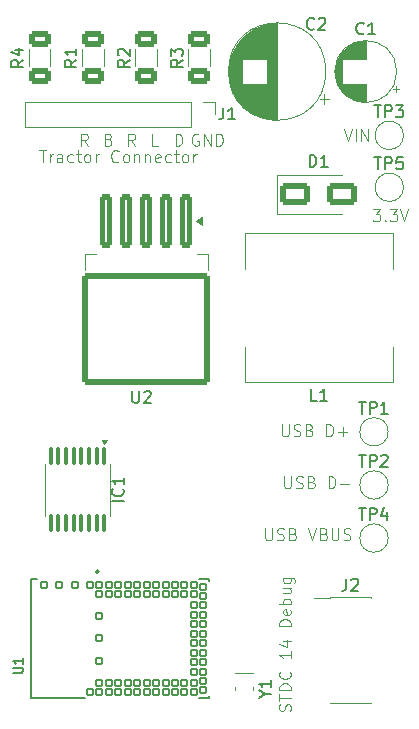
<source format=gbr>
%TF.GenerationSoftware,KiCad,Pcbnew,8.0.7*%
%TF.CreationDate,2025-01-18T17:17:35+01:00*%
%TF.ProjectId,tuff_tuff_pcb,74756666-5f74-4756-9666-5f7063622e6b,rev?*%
%TF.SameCoordinates,Original*%
%TF.FileFunction,Legend,Top*%
%TF.FilePolarity,Positive*%
%FSLAX46Y46*%
G04 Gerber Fmt 4.6, Leading zero omitted, Abs format (unit mm)*
G04 Created by KiCad (PCBNEW 8.0.7) date 2025-01-18 17:17:35*
%MOMM*%
%LPD*%
G01*
G04 APERTURE LIST*
G04 Aperture macros list*
%AMRoundRect*
0 Rectangle with rounded corners*
0 $1 Rounding radius*
0 $2 $3 $4 $5 $6 $7 $8 $9 X,Y pos of 4 corners*
0 Add a 4 corners polygon primitive as box body*
4,1,4,$2,$3,$4,$5,$6,$7,$8,$9,$2,$3,0*
0 Add four circle primitives for the rounded corners*
1,1,$1+$1,$2,$3*
1,1,$1+$1,$4,$5*
1,1,$1+$1,$6,$7*
1,1,$1+$1,$8,$9*
0 Add four rect primitives between the rounded corners*
20,1,$1+$1,$2,$3,$4,$5,0*
20,1,$1+$1,$4,$5,$6,$7,0*
20,1,$1+$1,$6,$7,$8,$9,0*
20,1,$1+$1,$8,$9,$2,$3,0*%
G04 Aperture macros list end*
%ADD10C,0.100000*%
%ADD11C,0.150000*%
%ADD12C,0.120000*%
%ADD13C,0.127000*%
%ADD14C,0.200000*%
%ADD15R,1.600000X1.600000*%
%ADD16C,1.600000*%
%ADD17C,2.000000*%
%ADD18RoundRect,0.250000X0.650000X-0.412500X0.650000X0.412500X-0.650000X0.412500X-0.650000X-0.412500X0*%
%ADD19R,1.500000X0.800000*%
%ADD20R,2.400000X0.740000*%
%ADD21RoundRect,0.100000X-0.100000X0.637500X-0.100000X-0.637500X0.100000X-0.637500X0.100000X0.637500X0*%
%ADD22RoundRect,0.102000X0.250000X-0.250000X0.250000X0.250000X-0.250000X0.250000X-0.250000X-0.250000X0*%
%ADD23RoundRect,0.250000X-1.000000X-0.650000X1.000000X-0.650000X1.000000X0.650000X-1.000000X0.650000X0*%
%ADD24RoundRect,0.250000X-0.300000X2.050000X-0.300000X-2.050000X0.300000X-2.050000X0.300000X2.050000X0*%
%ADD25RoundRect,0.250002X-5.149998X4.449998X-5.149998X-4.449998X5.149998X-4.449998X5.149998X4.449998X0*%
%ADD26R,1.350000X1.350000*%
%ADD27O,1.350000X1.350000*%
%ADD28R,2.900000X5.400000*%
G04 APERTURE END LIST*
D10*
X-12775200Y856266D02*
X-12727581Y999123D01*
X-12727581Y999123D02*
X-12727581Y1237218D01*
X-12727581Y1237218D02*
X-12775200Y1332456D01*
X-12775200Y1332456D02*
X-12822820Y1380075D01*
X-12822820Y1380075D02*
X-12918058Y1427694D01*
X-12918058Y1427694D02*
X-13013296Y1427694D01*
X-13013296Y1427694D02*
X-13108534Y1380075D01*
X-13108534Y1380075D02*
X-13156153Y1332456D01*
X-13156153Y1332456D02*
X-13203772Y1237218D01*
X-13203772Y1237218D02*
X-13251391Y1046742D01*
X-13251391Y1046742D02*
X-13299010Y951504D01*
X-13299010Y951504D02*
X-13346629Y903885D01*
X-13346629Y903885D02*
X-13441867Y856266D01*
X-13441867Y856266D02*
X-13537105Y856266D01*
X-13537105Y856266D02*
X-13632343Y903885D01*
X-13632343Y903885D02*
X-13679962Y951504D01*
X-13679962Y951504D02*
X-13727581Y1046742D01*
X-13727581Y1046742D02*
X-13727581Y1284837D01*
X-13727581Y1284837D02*
X-13679962Y1427694D01*
X-13727581Y1713409D02*
X-13727581Y2284837D01*
X-12727581Y1999123D02*
X-13727581Y1999123D01*
X-12727581Y2618171D02*
X-13727581Y2618171D01*
X-13727581Y2618171D02*
X-13727581Y2856266D01*
X-13727581Y2856266D02*
X-13679962Y2999123D01*
X-13679962Y2999123D02*
X-13584724Y3094361D01*
X-13584724Y3094361D02*
X-13489486Y3141980D01*
X-13489486Y3141980D02*
X-13299010Y3189599D01*
X-13299010Y3189599D02*
X-13156153Y3189599D01*
X-13156153Y3189599D02*
X-12965677Y3141980D01*
X-12965677Y3141980D02*
X-12870439Y3094361D01*
X-12870439Y3094361D02*
X-12775200Y2999123D01*
X-12775200Y2999123D02*
X-12727581Y2856266D01*
X-12727581Y2856266D02*
X-12727581Y2618171D01*
X-12822820Y4189599D02*
X-12775200Y4141980D01*
X-12775200Y4141980D02*
X-12727581Y3999123D01*
X-12727581Y3999123D02*
X-12727581Y3903885D01*
X-12727581Y3903885D02*
X-12775200Y3761028D01*
X-12775200Y3761028D02*
X-12870439Y3665790D01*
X-12870439Y3665790D02*
X-12965677Y3618171D01*
X-12965677Y3618171D02*
X-13156153Y3570552D01*
X-13156153Y3570552D02*
X-13299010Y3570552D01*
X-13299010Y3570552D02*
X-13489486Y3618171D01*
X-13489486Y3618171D02*
X-13584724Y3665790D01*
X-13584724Y3665790D02*
X-13679962Y3761028D01*
X-13679962Y3761028D02*
X-13727581Y3903885D01*
X-13727581Y3903885D02*
X-13727581Y3999123D01*
X-13727581Y3999123D02*
X-13679962Y4141980D01*
X-13679962Y4141980D02*
X-13632343Y4189599D01*
X-12727581Y5903885D02*
X-12727581Y5332457D01*
X-12727581Y5618171D02*
X-13727581Y5618171D01*
X-13727581Y5618171D02*
X-13584724Y5522933D01*
X-13584724Y5522933D02*
X-13489486Y5427695D01*
X-13489486Y5427695D02*
X-13441867Y5332457D01*
X-13394248Y6761028D02*
X-12727581Y6761028D01*
X-13775200Y6522933D02*
X-13060915Y6284838D01*
X-13060915Y6284838D02*
X-13060915Y6903885D01*
X-12727581Y8046743D02*
X-13727581Y8046743D01*
X-13727581Y8046743D02*
X-13727581Y8284838D01*
X-13727581Y8284838D02*
X-13679962Y8427695D01*
X-13679962Y8427695D02*
X-13584724Y8522933D01*
X-13584724Y8522933D02*
X-13489486Y8570552D01*
X-13489486Y8570552D02*
X-13299010Y8618171D01*
X-13299010Y8618171D02*
X-13156153Y8618171D01*
X-13156153Y8618171D02*
X-12965677Y8570552D01*
X-12965677Y8570552D02*
X-12870439Y8522933D01*
X-12870439Y8522933D02*
X-12775200Y8427695D01*
X-12775200Y8427695D02*
X-12727581Y8284838D01*
X-12727581Y8284838D02*
X-12727581Y8046743D01*
X-12775200Y9427695D02*
X-12727581Y9332457D01*
X-12727581Y9332457D02*
X-12727581Y9141981D01*
X-12727581Y9141981D02*
X-12775200Y9046743D01*
X-12775200Y9046743D02*
X-12870439Y8999124D01*
X-12870439Y8999124D02*
X-13251391Y8999124D01*
X-13251391Y8999124D02*
X-13346629Y9046743D01*
X-13346629Y9046743D02*
X-13394248Y9141981D01*
X-13394248Y9141981D02*
X-13394248Y9332457D01*
X-13394248Y9332457D02*
X-13346629Y9427695D01*
X-13346629Y9427695D02*
X-13251391Y9475314D01*
X-13251391Y9475314D02*
X-13156153Y9475314D01*
X-13156153Y9475314D02*
X-13060915Y8999124D01*
X-12727581Y9903886D02*
X-13727581Y9903886D01*
X-13346629Y9903886D02*
X-13394248Y9999124D01*
X-13394248Y9999124D02*
X-13394248Y10189600D01*
X-13394248Y10189600D02*
X-13346629Y10284838D01*
X-13346629Y10284838D02*
X-13299010Y10332457D01*
X-13299010Y10332457D02*
X-13203772Y10380076D01*
X-13203772Y10380076D02*
X-12918058Y10380076D01*
X-12918058Y10380076D02*
X-12822820Y10332457D01*
X-12822820Y10332457D02*
X-12775200Y10284838D01*
X-12775200Y10284838D02*
X-12727581Y10189600D01*
X-12727581Y10189600D02*
X-12727581Y9999124D01*
X-12727581Y9999124D02*
X-12775200Y9903886D01*
X-13394248Y11237219D02*
X-12727581Y11237219D01*
X-13394248Y10808648D02*
X-12870439Y10808648D01*
X-12870439Y10808648D02*
X-12775200Y10856267D01*
X-12775200Y10856267D02*
X-12727581Y10951505D01*
X-12727581Y10951505D02*
X-12727581Y11094362D01*
X-12727581Y11094362D02*
X-12775200Y11189600D01*
X-12775200Y11189600D02*
X-12822820Y11237219D01*
X-13394248Y12141981D02*
X-12584724Y12141981D01*
X-12584724Y12141981D02*
X-12489486Y12094362D01*
X-12489486Y12094362D02*
X-12441867Y12046743D01*
X-12441867Y12046743D02*
X-12394248Y11951505D01*
X-12394248Y11951505D02*
X-12394248Y11808648D01*
X-12394248Y11808648D02*
X-12441867Y11713410D01*
X-12775200Y12141981D02*
X-12727581Y12046743D01*
X-12727581Y12046743D02*
X-12727581Y11856267D01*
X-12727581Y11856267D02*
X-12775200Y11761029D01*
X-12775200Y11761029D02*
X-12822820Y11713410D01*
X-12822820Y11713410D02*
X-12918058Y11665791D01*
X-12918058Y11665791D02*
X-13203772Y11665791D01*
X-13203772Y11665791D02*
X-13299010Y11713410D01*
X-13299010Y11713410D02*
X-13346629Y11761029D01*
X-13346629Y11761029D02*
X-13394248Y11856267D01*
X-13394248Y11856267D02*
X-13394248Y12046743D01*
X-13394248Y12046743D02*
X-13346629Y12141981D01*
X-20572307Y49679962D02*
X-20667545Y49727581D01*
X-20667545Y49727581D02*
X-20810402Y49727581D01*
X-20810402Y49727581D02*
X-20953259Y49679962D01*
X-20953259Y49679962D02*
X-21048497Y49584724D01*
X-21048497Y49584724D02*
X-21096116Y49489486D01*
X-21096116Y49489486D02*
X-21143735Y49299010D01*
X-21143735Y49299010D02*
X-21143735Y49156153D01*
X-21143735Y49156153D02*
X-21096116Y48965677D01*
X-21096116Y48965677D02*
X-21048497Y48870439D01*
X-21048497Y48870439D02*
X-20953259Y48775200D01*
X-20953259Y48775200D02*
X-20810402Y48727581D01*
X-20810402Y48727581D02*
X-20715164Y48727581D01*
X-20715164Y48727581D02*
X-20572307Y48775200D01*
X-20572307Y48775200D02*
X-20524688Y48822820D01*
X-20524688Y48822820D02*
X-20524688Y49156153D01*
X-20524688Y49156153D02*
X-20715164Y49156153D01*
X-20096116Y48727581D02*
X-20096116Y49727581D01*
X-20096116Y49727581D02*
X-19524688Y48727581D01*
X-19524688Y48727581D02*
X-19524688Y49727581D01*
X-19048497Y48727581D02*
X-19048497Y49727581D01*
X-19048497Y49727581D02*
X-18810402Y49727581D01*
X-18810402Y49727581D02*
X-18667545Y49679962D01*
X-18667545Y49679962D02*
X-18572307Y49584724D01*
X-18572307Y49584724D02*
X-18524688Y49489486D01*
X-18524688Y49489486D02*
X-18477069Y49299010D01*
X-18477069Y49299010D02*
X-18477069Y49156153D01*
X-18477069Y49156153D02*
X-18524688Y48965677D01*
X-18524688Y48965677D02*
X-18572307Y48870439D01*
X-18572307Y48870439D02*
X-18667545Y48775200D01*
X-18667545Y48775200D02*
X-18810402Y48727581D01*
X-18810402Y48727581D02*
X-19048497Y48727581D01*
X-28162783Y49251391D02*
X-28019926Y49203772D01*
X-28019926Y49203772D02*
X-27972307Y49156153D01*
X-27972307Y49156153D02*
X-27924688Y49060915D01*
X-27924688Y49060915D02*
X-27924688Y48918058D01*
X-27924688Y48918058D02*
X-27972307Y48822820D01*
X-27972307Y48822820D02*
X-28019926Y48775200D01*
X-28019926Y48775200D02*
X-28115164Y48727581D01*
X-28115164Y48727581D02*
X-28496116Y48727581D01*
X-28496116Y48727581D02*
X-28496116Y49727581D01*
X-28496116Y49727581D02*
X-28162783Y49727581D01*
X-28162783Y49727581D02*
X-28067545Y49679962D01*
X-28067545Y49679962D02*
X-28019926Y49632343D01*
X-28019926Y49632343D02*
X-27972307Y49537105D01*
X-27972307Y49537105D02*
X-27972307Y49441867D01*
X-27972307Y49441867D02*
X-28019926Y49346629D01*
X-28019926Y49346629D02*
X-28067545Y49299010D01*
X-28067545Y49299010D02*
X-28162783Y49251391D01*
X-28162783Y49251391D02*
X-28496116Y49251391D01*
X-8238973Y50127581D02*
X-7905640Y49127581D01*
X-7905640Y49127581D02*
X-7572307Y50127581D01*
X-7238973Y49127581D02*
X-7238973Y50127581D01*
X-6762783Y49127581D02*
X-6762783Y50127581D01*
X-6762783Y50127581D02*
X-6191355Y49127581D01*
X-6191355Y49127581D02*
X-6191355Y50127581D01*
X-13296116Y20727581D02*
X-13296116Y19918058D01*
X-13296116Y19918058D02*
X-13248497Y19822820D01*
X-13248497Y19822820D02*
X-13200878Y19775200D01*
X-13200878Y19775200D02*
X-13105640Y19727581D01*
X-13105640Y19727581D02*
X-12915164Y19727581D01*
X-12915164Y19727581D02*
X-12819926Y19775200D01*
X-12819926Y19775200D02*
X-12772307Y19822820D01*
X-12772307Y19822820D02*
X-12724688Y19918058D01*
X-12724688Y19918058D02*
X-12724688Y20727581D01*
X-12296116Y19775200D02*
X-12153259Y19727581D01*
X-12153259Y19727581D02*
X-11915164Y19727581D01*
X-11915164Y19727581D02*
X-11819926Y19775200D01*
X-11819926Y19775200D02*
X-11772307Y19822820D01*
X-11772307Y19822820D02*
X-11724688Y19918058D01*
X-11724688Y19918058D02*
X-11724688Y20013296D01*
X-11724688Y20013296D02*
X-11772307Y20108534D01*
X-11772307Y20108534D02*
X-11819926Y20156153D01*
X-11819926Y20156153D02*
X-11915164Y20203772D01*
X-11915164Y20203772D02*
X-12105640Y20251391D01*
X-12105640Y20251391D02*
X-12200878Y20299010D01*
X-12200878Y20299010D02*
X-12248497Y20346629D01*
X-12248497Y20346629D02*
X-12296116Y20441867D01*
X-12296116Y20441867D02*
X-12296116Y20537105D01*
X-12296116Y20537105D02*
X-12248497Y20632343D01*
X-12248497Y20632343D02*
X-12200878Y20679962D01*
X-12200878Y20679962D02*
X-12105640Y20727581D01*
X-12105640Y20727581D02*
X-11867545Y20727581D01*
X-11867545Y20727581D02*
X-11724688Y20679962D01*
X-10962783Y20251391D02*
X-10819926Y20203772D01*
X-10819926Y20203772D02*
X-10772307Y20156153D01*
X-10772307Y20156153D02*
X-10724688Y20060915D01*
X-10724688Y20060915D02*
X-10724688Y19918058D01*
X-10724688Y19918058D02*
X-10772307Y19822820D01*
X-10772307Y19822820D02*
X-10819926Y19775200D01*
X-10819926Y19775200D02*
X-10915164Y19727581D01*
X-10915164Y19727581D02*
X-11296116Y19727581D01*
X-11296116Y19727581D02*
X-11296116Y20727581D01*
X-11296116Y20727581D02*
X-10962783Y20727581D01*
X-10962783Y20727581D02*
X-10867545Y20679962D01*
X-10867545Y20679962D02*
X-10819926Y20632343D01*
X-10819926Y20632343D02*
X-10772307Y20537105D01*
X-10772307Y20537105D02*
X-10772307Y20441867D01*
X-10772307Y20441867D02*
X-10819926Y20346629D01*
X-10819926Y20346629D02*
X-10867545Y20299010D01*
X-10867545Y20299010D02*
X-10962783Y20251391D01*
X-10962783Y20251391D02*
X-11296116Y20251391D01*
X-9534211Y19727581D02*
X-9534211Y20727581D01*
X-9534211Y20727581D02*
X-9296116Y20727581D01*
X-9296116Y20727581D02*
X-9153259Y20679962D01*
X-9153259Y20679962D02*
X-9058021Y20584724D01*
X-9058021Y20584724D02*
X-9010402Y20489486D01*
X-9010402Y20489486D02*
X-8962783Y20299010D01*
X-8962783Y20299010D02*
X-8962783Y20156153D01*
X-8962783Y20156153D02*
X-9010402Y19965677D01*
X-9010402Y19965677D02*
X-9058021Y19870439D01*
X-9058021Y19870439D02*
X-9153259Y19775200D01*
X-9153259Y19775200D02*
X-9296116Y19727581D01*
X-9296116Y19727581D02*
X-9534211Y19727581D01*
X-8534211Y20108534D02*
X-7772306Y20108534D01*
X-13496116Y25127581D02*
X-13496116Y24318058D01*
X-13496116Y24318058D02*
X-13448497Y24222820D01*
X-13448497Y24222820D02*
X-13400878Y24175200D01*
X-13400878Y24175200D02*
X-13305640Y24127581D01*
X-13305640Y24127581D02*
X-13115164Y24127581D01*
X-13115164Y24127581D02*
X-13019926Y24175200D01*
X-13019926Y24175200D02*
X-12972307Y24222820D01*
X-12972307Y24222820D02*
X-12924688Y24318058D01*
X-12924688Y24318058D02*
X-12924688Y25127581D01*
X-12496116Y24175200D02*
X-12353259Y24127581D01*
X-12353259Y24127581D02*
X-12115164Y24127581D01*
X-12115164Y24127581D02*
X-12019926Y24175200D01*
X-12019926Y24175200D02*
X-11972307Y24222820D01*
X-11972307Y24222820D02*
X-11924688Y24318058D01*
X-11924688Y24318058D02*
X-11924688Y24413296D01*
X-11924688Y24413296D02*
X-11972307Y24508534D01*
X-11972307Y24508534D02*
X-12019926Y24556153D01*
X-12019926Y24556153D02*
X-12115164Y24603772D01*
X-12115164Y24603772D02*
X-12305640Y24651391D01*
X-12305640Y24651391D02*
X-12400878Y24699010D01*
X-12400878Y24699010D02*
X-12448497Y24746629D01*
X-12448497Y24746629D02*
X-12496116Y24841867D01*
X-12496116Y24841867D02*
X-12496116Y24937105D01*
X-12496116Y24937105D02*
X-12448497Y25032343D01*
X-12448497Y25032343D02*
X-12400878Y25079962D01*
X-12400878Y25079962D02*
X-12305640Y25127581D01*
X-12305640Y25127581D02*
X-12067545Y25127581D01*
X-12067545Y25127581D02*
X-11924688Y25079962D01*
X-11162783Y24651391D02*
X-11019926Y24603772D01*
X-11019926Y24603772D02*
X-10972307Y24556153D01*
X-10972307Y24556153D02*
X-10924688Y24460915D01*
X-10924688Y24460915D02*
X-10924688Y24318058D01*
X-10924688Y24318058D02*
X-10972307Y24222820D01*
X-10972307Y24222820D02*
X-11019926Y24175200D01*
X-11019926Y24175200D02*
X-11115164Y24127581D01*
X-11115164Y24127581D02*
X-11496116Y24127581D01*
X-11496116Y24127581D02*
X-11496116Y25127581D01*
X-11496116Y25127581D02*
X-11162783Y25127581D01*
X-11162783Y25127581D02*
X-11067545Y25079962D01*
X-11067545Y25079962D02*
X-11019926Y25032343D01*
X-11019926Y25032343D02*
X-10972307Y24937105D01*
X-10972307Y24937105D02*
X-10972307Y24841867D01*
X-10972307Y24841867D02*
X-11019926Y24746629D01*
X-11019926Y24746629D02*
X-11067545Y24699010D01*
X-11067545Y24699010D02*
X-11162783Y24651391D01*
X-11162783Y24651391D02*
X-11496116Y24651391D01*
X-9734211Y24127581D02*
X-9734211Y25127581D01*
X-9734211Y25127581D02*
X-9496116Y25127581D01*
X-9496116Y25127581D02*
X-9353259Y25079962D01*
X-9353259Y25079962D02*
X-9258021Y24984724D01*
X-9258021Y24984724D02*
X-9210402Y24889486D01*
X-9210402Y24889486D02*
X-9162783Y24699010D01*
X-9162783Y24699010D02*
X-9162783Y24556153D01*
X-9162783Y24556153D02*
X-9210402Y24365677D01*
X-9210402Y24365677D02*
X-9258021Y24270439D01*
X-9258021Y24270439D02*
X-9353259Y24175200D01*
X-9353259Y24175200D02*
X-9496116Y24127581D01*
X-9496116Y24127581D02*
X-9734211Y24127581D01*
X-8734211Y24508534D02*
X-7972306Y24508534D01*
X-8353259Y24127581D02*
X-8353259Y24889486D01*
X-29924688Y48727581D02*
X-30258021Y49203772D01*
X-30496116Y48727581D02*
X-30496116Y49727581D01*
X-30496116Y49727581D02*
X-30115164Y49727581D01*
X-30115164Y49727581D02*
X-30019926Y49679962D01*
X-30019926Y49679962D02*
X-29972307Y49632343D01*
X-29972307Y49632343D02*
X-29924688Y49537105D01*
X-29924688Y49537105D02*
X-29924688Y49394248D01*
X-29924688Y49394248D02*
X-29972307Y49299010D01*
X-29972307Y49299010D02*
X-30019926Y49251391D01*
X-30019926Y49251391D02*
X-30115164Y49203772D01*
X-30115164Y49203772D02*
X-30496116Y49203772D01*
X-14896116Y16327581D02*
X-14896116Y15518058D01*
X-14896116Y15518058D02*
X-14848497Y15422820D01*
X-14848497Y15422820D02*
X-14800878Y15375200D01*
X-14800878Y15375200D02*
X-14705640Y15327581D01*
X-14705640Y15327581D02*
X-14515164Y15327581D01*
X-14515164Y15327581D02*
X-14419926Y15375200D01*
X-14419926Y15375200D02*
X-14372307Y15422820D01*
X-14372307Y15422820D02*
X-14324688Y15518058D01*
X-14324688Y15518058D02*
X-14324688Y16327581D01*
X-13896116Y15375200D02*
X-13753259Y15327581D01*
X-13753259Y15327581D02*
X-13515164Y15327581D01*
X-13515164Y15327581D02*
X-13419926Y15375200D01*
X-13419926Y15375200D02*
X-13372307Y15422820D01*
X-13372307Y15422820D02*
X-13324688Y15518058D01*
X-13324688Y15518058D02*
X-13324688Y15613296D01*
X-13324688Y15613296D02*
X-13372307Y15708534D01*
X-13372307Y15708534D02*
X-13419926Y15756153D01*
X-13419926Y15756153D02*
X-13515164Y15803772D01*
X-13515164Y15803772D02*
X-13705640Y15851391D01*
X-13705640Y15851391D02*
X-13800878Y15899010D01*
X-13800878Y15899010D02*
X-13848497Y15946629D01*
X-13848497Y15946629D02*
X-13896116Y16041867D01*
X-13896116Y16041867D02*
X-13896116Y16137105D01*
X-13896116Y16137105D02*
X-13848497Y16232343D01*
X-13848497Y16232343D02*
X-13800878Y16279962D01*
X-13800878Y16279962D02*
X-13705640Y16327581D01*
X-13705640Y16327581D02*
X-13467545Y16327581D01*
X-13467545Y16327581D02*
X-13324688Y16279962D01*
X-12562783Y15851391D02*
X-12419926Y15803772D01*
X-12419926Y15803772D02*
X-12372307Y15756153D01*
X-12372307Y15756153D02*
X-12324688Y15660915D01*
X-12324688Y15660915D02*
X-12324688Y15518058D01*
X-12324688Y15518058D02*
X-12372307Y15422820D01*
X-12372307Y15422820D02*
X-12419926Y15375200D01*
X-12419926Y15375200D02*
X-12515164Y15327581D01*
X-12515164Y15327581D02*
X-12896116Y15327581D01*
X-12896116Y15327581D02*
X-12896116Y16327581D01*
X-12896116Y16327581D02*
X-12562783Y16327581D01*
X-12562783Y16327581D02*
X-12467545Y16279962D01*
X-12467545Y16279962D02*
X-12419926Y16232343D01*
X-12419926Y16232343D02*
X-12372307Y16137105D01*
X-12372307Y16137105D02*
X-12372307Y16041867D01*
X-12372307Y16041867D02*
X-12419926Y15946629D01*
X-12419926Y15946629D02*
X-12467545Y15899010D01*
X-12467545Y15899010D02*
X-12562783Y15851391D01*
X-12562783Y15851391D02*
X-12896116Y15851391D01*
X-11277068Y16327581D02*
X-10943735Y15327581D01*
X-10943735Y15327581D02*
X-10610402Y16327581D01*
X-9943735Y15851391D02*
X-9800878Y15803772D01*
X-9800878Y15803772D02*
X-9753259Y15756153D01*
X-9753259Y15756153D02*
X-9705640Y15660915D01*
X-9705640Y15660915D02*
X-9705640Y15518058D01*
X-9705640Y15518058D02*
X-9753259Y15422820D01*
X-9753259Y15422820D02*
X-9800878Y15375200D01*
X-9800878Y15375200D02*
X-9896116Y15327581D01*
X-9896116Y15327581D02*
X-10277068Y15327581D01*
X-10277068Y15327581D02*
X-10277068Y16327581D01*
X-10277068Y16327581D02*
X-9943735Y16327581D01*
X-9943735Y16327581D02*
X-9848497Y16279962D01*
X-9848497Y16279962D02*
X-9800878Y16232343D01*
X-9800878Y16232343D02*
X-9753259Y16137105D01*
X-9753259Y16137105D02*
X-9753259Y16041867D01*
X-9753259Y16041867D02*
X-9800878Y15946629D01*
X-9800878Y15946629D02*
X-9848497Y15899010D01*
X-9848497Y15899010D02*
X-9943735Y15851391D01*
X-9943735Y15851391D02*
X-10277068Y15851391D01*
X-9277068Y16327581D02*
X-9277068Y15518058D01*
X-9277068Y15518058D02*
X-9229449Y15422820D01*
X-9229449Y15422820D02*
X-9181830Y15375200D01*
X-9181830Y15375200D02*
X-9086592Y15327581D01*
X-9086592Y15327581D02*
X-8896116Y15327581D01*
X-8896116Y15327581D02*
X-8800878Y15375200D01*
X-8800878Y15375200D02*
X-8753259Y15422820D01*
X-8753259Y15422820D02*
X-8705640Y15518058D01*
X-8705640Y15518058D02*
X-8705640Y16327581D01*
X-8277068Y15375200D02*
X-8134211Y15327581D01*
X-8134211Y15327581D02*
X-7896116Y15327581D01*
X-7896116Y15327581D02*
X-7800878Y15375200D01*
X-7800878Y15375200D02*
X-7753259Y15422820D01*
X-7753259Y15422820D02*
X-7705640Y15518058D01*
X-7705640Y15518058D02*
X-7705640Y15613296D01*
X-7705640Y15613296D02*
X-7753259Y15708534D01*
X-7753259Y15708534D02*
X-7800878Y15756153D01*
X-7800878Y15756153D02*
X-7896116Y15803772D01*
X-7896116Y15803772D02*
X-8086592Y15851391D01*
X-8086592Y15851391D02*
X-8181830Y15899010D01*
X-8181830Y15899010D02*
X-8229449Y15946629D01*
X-8229449Y15946629D02*
X-8277068Y16041867D01*
X-8277068Y16041867D02*
X-8277068Y16137105D01*
X-8277068Y16137105D02*
X-8229449Y16232343D01*
X-8229449Y16232343D02*
X-8181830Y16279962D01*
X-8181830Y16279962D02*
X-8086592Y16327581D01*
X-8086592Y16327581D02*
X-7848497Y16327581D01*
X-7848497Y16327581D02*
X-7705640Y16279962D01*
X-34038973Y48327581D02*
X-33467545Y48327581D01*
X-33753259Y47327581D02*
X-33753259Y48327581D01*
X-33134211Y47327581D02*
X-33134211Y47994248D01*
X-33134211Y47803772D02*
X-33086592Y47899010D01*
X-33086592Y47899010D02*
X-33038973Y47946629D01*
X-33038973Y47946629D02*
X-32943735Y47994248D01*
X-32943735Y47994248D02*
X-32848497Y47994248D01*
X-32086592Y47327581D02*
X-32086592Y47851391D01*
X-32086592Y47851391D02*
X-32134211Y47946629D01*
X-32134211Y47946629D02*
X-32229449Y47994248D01*
X-32229449Y47994248D02*
X-32419925Y47994248D01*
X-32419925Y47994248D02*
X-32515163Y47946629D01*
X-32086592Y47375200D02*
X-32181830Y47327581D01*
X-32181830Y47327581D02*
X-32419925Y47327581D01*
X-32419925Y47327581D02*
X-32515163Y47375200D01*
X-32515163Y47375200D02*
X-32562782Y47470439D01*
X-32562782Y47470439D02*
X-32562782Y47565677D01*
X-32562782Y47565677D02*
X-32515163Y47660915D01*
X-32515163Y47660915D02*
X-32419925Y47708534D01*
X-32419925Y47708534D02*
X-32181830Y47708534D01*
X-32181830Y47708534D02*
X-32086592Y47756153D01*
X-31181830Y47375200D02*
X-31277068Y47327581D01*
X-31277068Y47327581D02*
X-31467544Y47327581D01*
X-31467544Y47327581D02*
X-31562782Y47375200D01*
X-31562782Y47375200D02*
X-31610401Y47422820D01*
X-31610401Y47422820D02*
X-31658020Y47518058D01*
X-31658020Y47518058D02*
X-31658020Y47803772D01*
X-31658020Y47803772D02*
X-31610401Y47899010D01*
X-31610401Y47899010D02*
X-31562782Y47946629D01*
X-31562782Y47946629D02*
X-31467544Y47994248D01*
X-31467544Y47994248D02*
X-31277068Y47994248D01*
X-31277068Y47994248D02*
X-31181830Y47946629D01*
X-30896115Y47994248D02*
X-30515163Y47994248D01*
X-30753258Y48327581D02*
X-30753258Y47470439D01*
X-30753258Y47470439D02*
X-30705639Y47375200D01*
X-30705639Y47375200D02*
X-30610401Y47327581D01*
X-30610401Y47327581D02*
X-30515163Y47327581D01*
X-30038972Y47327581D02*
X-30134210Y47375200D01*
X-30134210Y47375200D02*
X-30181829Y47422820D01*
X-30181829Y47422820D02*
X-30229448Y47518058D01*
X-30229448Y47518058D02*
X-30229448Y47803772D01*
X-30229448Y47803772D02*
X-30181829Y47899010D01*
X-30181829Y47899010D02*
X-30134210Y47946629D01*
X-30134210Y47946629D02*
X-30038972Y47994248D01*
X-30038972Y47994248D02*
X-29896115Y47994248D01*
X-29896115Y47994248D02*
X-29800877Y47946629D01*
X-29800877Y47946629D02*
X-29753258Y47899010D01*
X-29753258Y47899010D02*
X-29705639Y47803772D01*
X-29705639Y47803772D02*
X-29705639Y47518058D01*
X-29705639Y47518058D02*
X-29753258Y47422820D01*
X-29753258Y47422820D02*
X-29800877Y47375200D01*
X-29800877Y47375200D02*
X-29896115Y47327581D01*
X-29896115Y47327581D02*
X-30038972Y47327581D01*
X-29277067Y47327581D02*
X-29277067Y47994248D01*
X-29277067Y47803772D02*
X-29229448Y47899010D01*
X-29229448Y47899010D02*
X-29181829Y47946629D01*
X-29181829Y47946629D02*
X-29086591Y47994248D01*
X-29086591Y47994248D02*
X-28991353Y47994248D01*
X-27324686Y47422820D02*
X-27372305Y47375200D01*
X-27372305Y47375200D02*
X-27515162Y47327581D01*
X-27515162Y47327581D02*
X-27610400Y47327581D01*
X-27610400Y47327581D02*
X-27753257Y47375200D01*
X-27753257Y47375200D02*
X-27848495Y47470439D01*
X-27848495Y47470439D02*
X-27896114Y47565677D01*
X-27896114Y47565677D02*
X-27943733Y47756153D01*
X-27943733Y47756153D02*
X-27943733Y47899010D01*
X-27943733Y47899010D02*
X-27896114Y48089486D01*
X-27896114Y48089486D02*
X-27848495Y48184724D01*
X-27848495Y48184724D02*
X-27753257Y48279962D01*
X-27753257Y48279962D02*
X-27610400Y48327581D01*
X-27610400Y48327581D02*
X-27515162Y48327581D01*
X-27515162Y48327581D02*
X-27372305Y48279962D01*
X-27372305Y48279962D02*
X-27324686Y48232343D01*
X-26753257Y47327581D02*
X-26848495Y47375200D01*
X-26848495Y47375200D02*
X-26896114Y47422820D01*
X-26896114Y47422820D02*
X-26943733Y47518058D01*
X-26943733Y47518058D02*
X-26943733Y47803772D01*
X-26943733Y47803772D02*
X-26896114Y47899010D01*
X-26896114Y47899010D02*
X-26848495Y47946629D01*
X-26848495Y47946629D02*
X-26753257Y47994248D01*
X-26753257Y47994248D02*
X-26610400Y47994248D01*
X-26610400Y47994248D02*
X-26515162Y47946629D01*
X-26515162Y47946629D02*
X-26467543Y47899010D01*
X-26467543Y47899010D02*
X-26419924Y47803772D01*
X-26419924Y47803772D02*
X-26419924Y47518058D01*
X-26419924Y47518058D02*
X-26467543Y47422820D01*
X-26467543Y47422820D02*
X-26515162Y47375200D01*
X-26515162Y47375200D02*
X-26610400Y47327581D01*
X-26610400Y47327581D02*
X-26753257Y47327581D01*
X-25991352Y47994248D02*
X-25991352Y47327581D01*
X-25991352Y47899010D02*
X-25943733Y47946629D01*
X-25943733Y47946629D02*
X-25848495Y47994248D01*
X-25848495Y47994248D02*
X-25705638Y47994248D01*
X-25705638Y47994248D02*
X-25610400Y47946629D01*
X-25610400Y47946629D02*
X-25562781Y47851391D01*
X-25562781Y47851391D02*
X-25562781Y47327581D01*
X-25086590Y47994248D02*
X-25086590Y47327581D01*
X-25086590Y47899010D02*
X-25038971Y47946629D01*
X-25038971Y47946629D02*
X-24943733Y47994248D01*
X-24943733Y47994248D02*
X-24800876Y47994248D01*
X-24800876Y47994248D02*
X-24705638Y47946629D01*
X-24705638Y47946629D02*
X-24658019Y47851391D01*
X-24658019Y47851391D02*
X-24658019Y47327581D01*
X-23800876Y47375200D02*
X-23896114Y47327581D01*
X-23896114Y47327581D02*
X-24086590Y47327581D01*
X-24086590Y47327581D02*
X-24181828Y47375200D01*
X-24181828Y47375200D02*
X-24229447Y47470439D01*
X-24229447Y47470439D02*
X-24229447Y47851391D01*
X-24229447Y47851391D02*
X-24181828Y47946629D01*
X-24181828Y47946629D02*
X-24086590Y47994248D01*
X-24086590Y47994248D02*
X-23896114Y47994248D01*
X-23896114Y47994248D02*
X-23800876Y47946629D01*
X-23800876Y47946629D02*
X-23753257Y47851391D01*
X-23753257Y47851391D02*
X-23753257Y47756153D01*
X-23753257Y47756153D02*
X-24229447Y47660915D01*
X-22896114Y47375200D02*
X-22991352Y47327581D01*
X-22991352Y47327581D02*
X-23181828Y47327581D01*
X-23181828Y47327581D02*
X-23277066Y47375200D01*
X-23277066Y47375200D02*
X-23324685Y47422820D01*
X-23324685Y47422820D02*
X-23372304Y47518058D01*
X-23372304Y47518058D02*
X-23372304Y47803772D01*
X-23372304Y47803772D02*
X-23324685Y47899010D01*
X-23324685Y47899010D02*
X-23277066Y47946629D01*
X-23277066Y47946629D02*
X-23181828Y47994248D01*
X-23181828Y47994248D02*
X-22991352Y47994248D01*
X-22991352Y47994248D02*
X-22896114Y47946629D01*
X-22610399Y47994248D02*
X-22229447Y47994248D01*
X-22467542Y48327581D02*
X-22467542Y47470439D01*
X-22467542Y47470439D02*
X-22419923Y47375200D01*
X-22419923Y47375200D02*
X-22324685Y47327581D01*
X-22324685Y47327581D02*
X-22229447Y47327581D01*
X-21753256Y47327581D02*
X-21848494Y47375200D01*
X-21848494Y47375200D02*
X-21896113Y47422820D01*
X-21896113Y47422820D02*
X-21943732Y47518058D01*
X-21943732Y47518058D02*
X-21943732Y47803772D01*
X-21943732Y47803772D02*
X-21896113Y47899010D01*
X-21896113Y47899010D02*
X-21848494Y47946629D01*
X-21848494Y47946629D02*
X-21753256Y47994248D01*
X-21753256Y47994248D02*
X-21610399Y47994248D01*
X-21610399Y47994248D02*
X-21515161Y47946629D01*
X-21515161Y47946629D02*
X-21467542Y47899010D01*
X-21467542Y47899010D02*
X-21419923Y47803772D01*
X-21419923Y47803772D02*
X-21419923Y47518058D01*
X-21419923Y47518058D02*
X-21467542Y47422820D01*
X-21467542Y47422820D02*
X-21515161Y47375200D01*
X-21515161Y47375200D02*
X-21610399Y47327581D01*
X-21610399Y47327581D02*
X-21753256Y47327581D01*
X-20991351Y47327581D02*
X-20991351Y47994248D01*
X-20991351Y47803772D02*
X-20943732Y47899010D01*
X-20943732Y47899010D02*
X-20896113Y47946629D01*
X-20896113Y47946629D02*
X-20800875Y47994248D01*
X-20800875Y47994248D02*
X-20705637Y47994248D01*
X-22496116Y48727581D02*
X-22496116Y49727581D01*
X-22496116Y49727581D02*
X-22258021Y49727581D01*
X-22258021Y49727581D02*
X-22115164Y49679962D01*
X-22115164Y49679962D02*
X-22019926Y49584724D01*
X-22019926Y49584724D02*
X-21972307Y49489486D01*
X-21972307Y49489486D02*
X-21924688Y49299010D01*
X-21924688Y49299010D02*
X-21924688Y49156153D01*
X-21924688Y49156153D02*
X-21972307Y48965677D01*
X-21972307Y48965677D02*
X-22019926Y48870439D01*
X-22019926Y48870439D02*
X-22115164Y48775200D01*
X-22115164Y48775200D02*
X-22258021Y48727581D01*
X-22258021Y48727581D02*
X-22496116Y48727581D01*
X-25924688Y48727581D02*
X-26258021Y49203772D01*
X-26496116Y48727581D02*
X-26496116Y49727581D01*
X-26496116Y49727581D02*
X-26115164Y49727581D01*
X-26115164Y49727581D02*
X-26019926Y49679962D01*
X-26019926Y49679962D02*
X-25972307Y49632343D01*
X-25972307Y49632343D02*
X-25924688Y49537105D01*
X-25924688Y49537105D02*
X-25924688Y49394248D01*
X-25924688Y49394248D02*
X-25972307Y49299010D01*
X-25972307Y49299010D02*
X-26019926Y49251391D01*
X-26019926Y49251391D02*
X-26115164Y49203772D01*
X-26115164Y49203772D02*
X-26496116Y49203772D01*
X-24019926Y48727581D02*
X-24496116Y48727581D01*
X-24496116Y48727581D02*
X-24496116Y49727581D01*
X-5791354Y43327581D02*
X-5172307Y43327581D01*
X-5172307Y43327581D02*
X-5505640Y42946629D01*
X-5505640Y42946629D02*
X-5362783Y42946629D01*
X-5362783Y42946629D02*
X-5267545Y42899010D01*
X-5267545Y42899010D02*
X-5219926Y42851391D01*
X-5219926Y42851391D02*
X-5172307Y42756153D01*
X-5172307Y42756153D02*
X-5172307Y42518058D01*
X-5172307Y42518058D02*
X-5219926Y42422820D01*
X-5219926Y42422820D02*
X-5267545Y42375200D01*
X-5267545Y42375200D02*
X-5362783Y42327581D01*
X-5362783Y42327581D02*
X-5648497Y42327581D01*
X-5648497Y42327581D02*
X-5743735Y42375200D01*
X-5743735Y42375200D02*
X-5791354Y42422820D01*
X-4743735Y42422820D02*
X-4696116Y42375200D01*
X-4696116Y42375200D02*
X-4743735Y42327581D01*
X-4743735Y42327581D02*
X-4791354Y42375200D01*
X-4791354Y42375200D02*
X-4743735Y42422820D01*
X-4743735Y42422820D02*
X-4743735Y42327581D01*
X-4362783Y43327581D02*
X-3743736Y43327581D01*
X-3743736Y43327581D02*
X-4077069Y42946629D01*
X-4077069Y42946629D02*
X-3934212Y42946629D01*
X-3934212Y42946629D02*
X-3838974Y42899010D01*
X-3838974Y42899010D02*
X-3791355Y42851391D01*
X-3791355Y42851391D02*
X-3743736Y42756153D01*
X-3743736Y42756153D02*
X-3743736Y42518058D01*
X-3743736Y42518058D02*
X-3791355Y42422820D01*
X-3791355Y42422820D02*
X-3838974Y42375200D01*
X-3838974Y42375200D02*
X-3934212Y42327581D01*
X-3934212Y42327581D02*
X-4219926Y42327581D01*
X-4219926Y42327581D02*
X-4315164Y42375200D01*
X-4315164Y42375200D02*
X-4362783Y42422820D01*
X-3458021Y43327581D02*
X-3124688Y42327581D01*
X-3124688Y42327581D02*
X-2791355Y43327581D01*
D11*
X-6566667Y58240420D02*
X-6614286Y58192800D01*
X-6614286Y58192800D02*
X-6757143Y58145181D01*
X-6757143Y58145181D02*
X-6852381Y58145181D01*
X-6852381Y58145181D02*
X-6995238Y58192800D01*
X-6995238Y58192800D02*
X-7090476Y58288039D01*
X-7090476Y58288039D02*
X-7138095Y58383277D01*
X-7138095Y58383277D02*
X-7185714Y58573753D01*
X-7185714Y58573753D02*
X-7185714Y58716610D01*
X-7185714Y58716610D02*
X-7138095Y58907086D01*
X-7138095Y58907086D02*
X-7090476Y59002324D01*
X-7090476Y59002324D02*
X-6995238Y59097562D01*
X-6995238Y59097562D02*
X-6852381Y59145181D01*
X-6852381Y59145181D02*
X-6757143Y59145181D01*
X-6757143Y59145181D02*
X-6614286Y59097562D01*
X-6614286Y59097562D02*
X-6566667Y59049943D01*
X-5614286Y58145181D02*
X-6185714Y58145181D01*
X-5900000Y58145181D02*
X-5900000Y59145181D01*
X-5900000Y59145181D02*
X-5995238Y59002324D01*
X-5995238Y59002324D02*
X-6090476Y58907086D01*
X-6090476Y58907086D02*
X-6185714Y58859467D01*
X-6961905Y27043181D02*
X-6390477Y27043181D01*
X-6676191Y26043181D02*
X-6676191Y27043181D01*
X-6057143Y26043181D02*
X-6057143Y27043181D01*
X-6057143Y27043181D02*
X-5676191Y27043181D01*
X-5676191Y27043181D02*
X-5580953Y26995562D01*
X-5580953Y26995562D02*
X-5533334Y26947943D01*
X-5533334Y26947943D02*
X-5485715Y26852705D01*
X-5485715Y26852705D02*
X-5485715Y26709848D01*
X-5485715Y26709848D02*
X-5533334Y26614610D01*
X-5533334Y26614610D02*
X-5580953Y26566991D01*
X-5580953Y26566991D02*
X-5676191Y26519372D01*
X-5676191Y26519372D02*
X-6057143Y26519372D01*
X-4533334Y26043181D02*
X-5104762Y26043181D01*
X-4819048Y26043181D02*
X-4819048Y27043181D01*
X-4819048Y27043181D02*
X-4914286Y26900324D01*
X-4914286Y26900324D02*
X-5009524Y26805086D01*
X-5009524Y26805086D02*
X-5104762Y26757467D01*
X-21895181Y55995834D02*
X-22371372Y55662501D01*
X-21895181Y55424406D02*
X-22895181Y55424406D01*
X-22895181Y55424406D02*
X-22895181Y55805358D01*
X-22895181Y55805358D02*
X-22847562Y55900596D01*
X-22847562Y55900596D02*
X-22799943Y55948215D01*
X-22799943Y55948215D02*
X-22704705Y55995834D01*
X-22704705Y55995834D02*
X-22561848Y55995834D01*
X-22561848Y55995834D02*
X-22466610Y55948215D01*
X-22466610Y55948215D02*
X-22418991Y55900596D01*
X-22418991Y55900596D02*
X-22371372Y55805358D01*
X-22371372Y55805358D02*
X-22371372Y55424406D01*
X-22895181Y56329168D02*
X-22895181Y56948215D01*
X-22895181Y56948215D02*
X-22514229Y56614882D01*
X-22514229Y56614882D02*
X-22514229Y56757739D01*
X-22514229Y56757739D02*
X-22466610Y56852977D01*
X-22466610Y56852977D02*
X-22418991Y56900596D01*
X-22418991Y56900596D02*
X-22323753Y56948215D01*
X-22323753Y56948215D02*
X-22085658Y56948215D01*
X-22085658Y56948215D02*
X-21990420Y56900596D01*
X-21990420Y56900596D02*
X-21942800Y56852977D01*
X-21942800Y56852977D02*
X-21895181Y56757739D01*
X-21895181Y56757739D02*
X-21895181Y56472025D01*
X-21895181Y56472025D02*
X-21942800Y56376787D01*
X-21942800Y56376787D02*
X-21990420Y56329168D01*
X-14921372Y2273810D02*
X-14445181Y2273810D01*
X-15445181Y1940477D02*
X-14921372Y2273810D01*
X-14921372Y2273810D02*
X-15445181Y2607143D01*
X-14445181Y3464286D02*
X-14445181Y2892858D01*
X-14445181Y3178572D02*
X-15445181Y3178572D01*
X-15445181Y3178572D02*
X-15302324Y3083334D01*
X-15302324Y3083334D02*
X-15207086Y2988096D01*
X-15207086Y2988096D02*
X-15159467Y2892858D01*
X-5661905Y52143181D02*
X-5090477Y52143181D01*
X-5376191Y51143181D02*
X-5376191Y52143181D01*
X-4757143Y51143181D02*
X-4757143Y52143181D01*
X-4757143Y52143181D02*
X-4376191Y52143181D01*
X-4376191Y52143181D02*
X-4280953Y52095562D01*
X-4280953Y52095562D02*
X-4233334Y52047943D01*
X-4233334Y52047943D02*
X-4185715Y51952705D01*
X-4185715Y51952705D02*
X-4185715Y51809848D01*
X-4185715Y51809848D02*
X-4233334Y51714610D01*
X-4233334Y51714610D02*
X-4280953Y51666991D01*
X-4280953Y51666991D02*
X-4376191Y51619372D01*
X-4376191Y51619372D02*
X-4757143Y51619372D01*
X-3852381Y52143181D02*
X-3233334Y52143181D01*
X-3233334Y52143181D02*
X-3566667Y51762229D01*
X-3566667Y51762229D02*
X-3423810Y51762229D01*
X-3423810Y51762229D02*
X-3328572Y51714610D01*
X-3328572Y51714610D02*
X-3280953Y51666991D01*
X-3280953Y51666991D02*
X-3233334Y51571753D01*
X-3233334Y51571753D02*
X-3233334Y51333658D01*
X-3233334Y51333658D02*
X-3280953Y51238420D01*
X-3280953Y51238420D02*
X-3328572Y51190800D01*
X-3328572Y51190800D02*
X-3423810Y51143181D01*
X-3423810Y51143181D02*
X-3709524Y51143181D01*
X-3709524Y51143181D02*
X-3804762Y51190800D01*
X-3804762Y51190800D02*
X-3852381Y51238420D01*
X-5661905Y47743181D02*
X-5090477Y47743181D01*
X-5376191Y46743181D02*
X-5376191Y47743181D01*
X-4757143Y46743181D02*
X-4757143Y47743181D01*
X-4757143Y47743181D02*
X-4376191Y47743181D01*
X-4376191Y47743181D02*
X-4280953Y47695562D01*
X-4280953Y47695562D02*
X-4233334Y47647943D01*
X-4233334Y47647943D02*
X-4185715Y47552705D01*
X-4185715Y47552705D02*
X-4185715Y47409848D01*
X-4185715Y47409848D02*
X-4233334Y47314610D01*
X-4233334Y47314610D02*
X-4280953Y47266991D01*
X-4280953Y47266991D02*
X-4376191Y47219372D01*
X-4376191Y47219372D02*
X-4757143Y47219372D01*
X-3280953Y47743181D02*
X-3757143Y47743181D01*
X-3757143Y47743181D02*
X-3804762Y47266991D01*
X-3804762Y47266991D02*
X-3757143Y47314610D01*
X-3757143Y47314610D02*
X-3661905Y47362229D01*
X-3661905Y47362229D02*
X-3423810Y47362229D01*
X-3423810Y47362229D02*
X-3328572Y47314610D01*
X-3328572Y47314610D02*
X-3280953Y47266991D01*
X-3280953Y47266991D02*
X-3233334Y47171753D01*
X-3233334Y47171753D02*
X-3233334Y46933658D01*
X-3233334Y46933658D02*
X-3280953Y46838420D01*
X-3280953Y46838420D02*
X-3328572Y46790800D01*
X-3328572Y46790800D02*
X-3423810Y46743181D01*
X-3423810Y46743181D02*
X-3661905Y46743181D01*
X-3661905Y46743181D02*
X-3757143Y46790800D01*
X-3757143Y46790800D02*
X-3804762Y46838420D01*
X-10766667Y58640420D02*
X-10814286Y58592800D01*
X-10814286Y58592800D02*
X-10957143Y58545181D01*
X-10957143Y58545181D02*
X-11052381Y58545181D01*
X-11052381Y58545181D02*
X-11195238Y58592800D01*
X-11195238Y58592800D02*
X-11290476Y58688039D01*
X-11290476Y58688039D02*
X-11338095Y58783277D01*
X-11338095Y58783277D02*
X-11385714Y58973753D01*
X-11385714Y58973753D02*
X-11385714Y59116610D01*
X-11385714Y59116610D02*
X-11338095Y59307086D01*
X-11338095Y59307086D02*
X-11290476Y59402324D01*
X-11290476Y59402324D02*
X-11195238Y59497562D01*
X-11195238Y59497562D02*
X-11052381Y59545181D01*
X-11052381Y59545181D02*
X-10957143Y59545181D01*
X-10957143Y59545181D02*
X-10814286Y59497562D01*
X-10814286Y59497562D02*
X-10766667Y59449943D01*
X-10385714Y59449943D02*
X-10338095Y59497562D01*
X-10338095Y59497562D02*
X-10242857Y59545181D01*
X-10242857Y59545181D02*
X-10004762Y59545181D01*
X-10004762Y59545181D02*
X-9909524Y59497562D01*
X-9909524Y59497562D02*
X-9861905Y59449943D01*
X-9861905Y59449943D02*
X-9814286Y59354705D01*
X-9814286Y59354705D02*
X-9814286Y59259467D01*
X-9814286Y59259467D02*
X-9861905Y59116610D01*
X-9861905Y59116610D02*
X-10433333Y58545181D01*
X-10433333Y58545181D02*
X-9814286Y58545181D01*
X-6961905Y18043181D02*
X-6390477Y18043181D01*
X-6676191Y17043181D02*
X-6676191Y18043181D01*
X-6057143Y17043181D02*
X-6057143Y18043181D01*
X-6057143Y18043181D02*
X-5676191Y18043181D01*
X-5676191Y18043181D02*
X-5580953Y17995562D01*
X-5580953Y17995562D02*
X-5533334Y17947943D01*
X-5533334Y17947943D02*
X-5485715Y17852705D01*
X-5485715Y17852705D02*
X-5485715Y17709848D01*
X-5485715Y17709848D02*
X-5533334Y17614610D01*
X-5533334Y17614610D02*
X-5580953Y17566991D01*
X-5580953Y17566991D02*
X-5676191Y17519372D01*
X-5676191Y17519372D02*
X-6057143Y17519372D01*
X-4628572Y17709848D02*
X-4628572Y17043181D01*
X-4866667Y18090800D02*
X-5104762Y17376515D01*
X-5104762Y17376515D02*
X-4485715Y17376515D01*
X-8033334Y12050181D02*
X-8033334Y11335896D01*
X-8033334Y11335896D02*
X-8080953Y11193039D01*
X-8080953Y11193039D02*
X-8176191Y11097800D01*
X-8176191Y11097800D02*
X-8319048Y11050181D01*
X-8319048Y11050181D02*
X-8414286Y11050181D01*
X-7604762Y11954943D02*
X-7557143Y12002562D01*
X-7557143Y12002562D02*
X-7461905Y12050181D01*
X-7461905Y12050181D02*
X-7223810Y12050181D01*
X-7223810Y12050181D02*
X-7128572Y12002562D01*
X-7128572Y12002562D02*
X-7080953Y11954943D01*
X-7080953Y11954943D02*
X-7033334Y11859705D01*
X-7033334Y11859705D02*
X-7033334Y11764467D01*
X-7033334Y11764467D02*
X-7080953Y11621610D01*
X-7080953Y11621610D02*
X-7652381Y11050181D01*
X-7652381Y11050181D02*
X-7033334Y11050181D01*
X-35395181Y55995834D02*
X-35871372Y55662501D01*
X-35395181Y55424406D02*
X-36395181Y55424406D01*
X-36395181Y55424406D02*
X-36395181Y55805358D01*
X-36395181Y55805358D02*
X-36347562Y55900596D01*
X-36347562Y55900596D02*
X-36299943Y55948215D01*
X-36299943Y55948215D02*
X-36204705Y55995834D01*
X-36204705Y55995834D02*
X-36061848Y55995834D01*
X-36061848Y55995834D02*
X-35966610Y55948215D01*
X-35966610Y55948215D02*
X-35918991Y55900596D01*
X-35918991Y55900596D02*
X-35871372Y55805358D01*
X-35871372Y55805358D02*
X-35871372Y55424406D01*
X-36061848Y56852977D02*
X-35395181Y56852977D01*
X-36442800Y56614882D02*
X-35728515Y56376787D01*
X-35728515Y56376787D02*
X-35728515Y56995834D01*
X-6961905Y22543181D02*
X-6390477Y22543181D01*
X-6676191Y21543181D02*
X-6676191Y22543181D01*
X-6057143Y21543181D02*
X-6057143Y22543181D01*
X-6057143Y22543181D02*
X-5676191Y22543181D01*
X-5676191Y22543181D02*
X-5580953Y22495562D01*
X-5580953Y22495562D02*
X-5533334Y22447943D01*
X-5533334Y22447943D02*
X-5485715Y22352705D01*
X-5485715Y22352705D02*
X-5485715Y22209848D01*
X-5485715Y22209848D02*
X-5533334Y22114610D01*
X-5533334Y22114610D02*
X-5580953Y22066991D01*
X-5580953Y22066991D02*
X-5676191Y22019372D01*
X-5676191Y22019372D02*
X-6057143Y22019372D01*
X-5104762Y22447943D02*
X-5057143Y22495562D01*
X-5057143Y22495562D02*
X-4961905Y22543181D01*
X-4961905Y22543181D02*
X-4723810Y22543181D01*
X-4723810Y22543181D02*
X-4628572Y22495562D01*
X-4628572Y22495562D02*
X-4580953Y22447943D01*
X-4580953Y22447943D02*
X-4533334Y22352705D01*
X-4533334Y22352705D02*
X-4533334Y22257467D01*
X-4533334Y22257467D02*
X-4580953Y22114610D01*
X-4580953Y22114610D02*
X-5152381Y21543181D01*
X-5152381Y21543181D02*
X-4533334Y21543181D01*
X-26395181Y55995834D02*
X-26871372Y55662501D01*
X-26395181Y55424406D02*
X-27395181Y55424406D01*
X-27395181Y55424406D02*
X-27395181Y55805358D01*
X-27395181Y55805358D02*
X-27347562Y55900596D01*
X-27347562Y55900596D02*
X-27299943Y55948215D01*
X-27299943Y55948215D02*
X-27204705Y55995834D01*
X-27204705Y55995834D02*
X-27061848Y55995834D01*
X-27061848Y55995834D02*
X-26966610Y55948215D01*
X-26966610Y55948215D02*
X-26918991Y55900596D01*
X-26918991Y55900596D02*
X-26871372Y55805358D01*
X-26871372Y55805358D02*
X-26871372Y55424406D01*
X-27299943Y56376787D02*
X-27347562Y56424406D01*
X-27347562Y56424406D02*
X-27395181Y56519644D01*
X-27395181Y56519644D02*
X-27395181Y56757739D01*
X-27395181Y56757739D02*
X-27347562Y56852977D01*
X-27347562Y56852977D02*
X-27299943Y56900596D01*
X-27299943Y56900596D02*
X-27204705Y56948215D01*
X-27204705Y56948215D02*
X-27109467Y56948215D01*
X-27109467Y56948215D02*
X-26966610Y56900596D01*
X-26966610Y56900596D02*
X-26395181Y56329168D01*
X-26395181Y56329168D02*
X-26395181Y56948215D01*
X-26895181Y18623811D02*
X-27895181Y18623811D01*
X-26990420Y19671429D02*
X-26942800Y19623810D01*
X-26942800Y19623810D02*
X-26895181Y19480953D01*
X-26895181Y19480953D02*
X-26895181Y19385715D01*
X-26895181Y19385715D02*
X-26942800Y19242858D01*
X-26942800Y19242858D02*
X-27038039Y19147620D01*
X-27038039Y19147620D02*
X-27133277Y19100001D01*
X-27133277Y19100001D02*
X-27323753Y19052382D01*
X-27323753Y19052382D02*
X-27466610Y19052382D01*
X-27466610Y19052382D02*
X-27657086Y19100001D01*
X-27657086Y19100001D02*
X-27752324Y19147620D01*
X-27752324Y19147620D02*
X-27847562Y19242858D01*
X-27847562Y19242858D02*
X-27895181Y19385715D01*
X-27895181Y19385715D02*
X-27895181Y19480953D01*
X-27895181Y19480953D02*
X-27847562Y19623810D01*
X-27847562Y19623810D02*
X-27799943Y19671429D01*
X-26895181Y20623810D02*
X-26895181Y20052382D01*
X-26895181Y20338096D02*
X-27895181Y20338096D01*
X-27895181Y20338096D02*
X-27752324Y20242858D01*
X-27752324Y20242858D02*
X-27657086Y20147620D01*
X-27657086Y20147620D02*
X-27609467Y20052382D01*
X-36241955Y4077603D02*
X-35592016Y4077603D01*
X-35592016Y4077603D02*
X-35515552Y4115835D01*
X-35515552Y4115835D02*
X-35477320Y4154066D01*
X-35477320Y4154066D02*
X-35439089Y4230530D01*
X-35439089Y4230530D02*
X-35439089Y4383457D01*
X-35439089Y4383457D02*
X-35477320Y4459920D01*
X-35477320Y4459920D02*
X-35515552Y4498152D01*
X-35515552Y4498152D02*
X-35592016Y4536384D01*
X-35592016Y4536384D02*
X-36241955Y4536384D01*
X-35439089Y5339250D02*
X-35439089Y4880469D01*
X-35439089Y5109860D02*
X-36241955Y5109860D01*
X-36241955Y5109860D02*
X-36127260Y5033396D01*
X-36127260Y5033396D02*
X-36050796Y4956933D01*
X-36050796Y4956933D02*
X-36012564Y4880469D01*
X-11138095Y46945181D02*
X-11138095Y47945181D01*
X-11138095Y47945181D02*
X-10900000Y47945181D01*
X-10900000Y47945181D02*
X-10757143Y47897562D01*
X-10757143Y47897562D02*
X-10661905Y47802324D01*
X-10661905Y47802324D02*
X-10614286Y47707086D01*
X-10614286Y47707086D02*
X-10566667Y47516610D01*
X-10566667Y47516610D02*
X-10566667Y47373753D01*
X-10566667Y47373753D02*
X-10614286Y47183277D01*
X-10614286Y47183277D02*
X-10661905Y47088039D01*
X-10661905Y47088039D02*
X-10757143Y46992800D01*
X-10757143Y46992800D02*
X-10900000Y46945181D01*
X-10900000Y46945181D02*
X-11138095Y46945181D01*
X-9614286Y46945181D02*
X-10185714Y46945181D01*
X-9900000Y46945181D02*
X-9900000Y47945181D01*
X-9900000Y47945181D02*
X-9995238Y47802324D01*
X-9995238Y47802324D02*
X-10090476Y47707086D01*
X-10090476Y47707086D02*
X-10185714Y47659467D01*
X-26161905Y27945181D02*
X-26161905Y27135658D01*
X-26161905Y27135658D02*
X-26114286Y27040420D01*
X-26114286Y27040420D02*
X-26066667Y26992800D01*
X-26066667Y26992800D02*
X-25971429Y26945181D01*
X-25971429Y26945181D02*
X-25780953Y26945181D01*
X-25780953Y26945181D02*
X-25685715Y26992800D01*
X-25685715Y26992800D02*
X-25638096Y27040420D01*
X-25638096Y27040420D02*
X-25590477Y27135658D01*
X-25590477Y27135658D02*
X-25590477Y27945181D01*
X-25161905Y27849943D02*
X-25114286Y27897562D01*
X-25114286Y27897562D02*
X-25019048Y27945181D01*
X-25019048Y27945181D02*
X-24780953Y27945181D01*
X-24780953Y27945181D02*
X-24685715Y27897562D01*
X-24685715Y27897562D02*
X-24638096Y27849943D01*
X-24638096Y27849943D02*
X-24590477Y27754705D01*
X-24590477Y27754705D02*
X-24590477Y27659467D01*
X-24590477Y27659467D02*
X-24638096Y27516610D01*
X-24638096Y27516610D02*
X-25209524Y26945181D01*
X-25209524Y26945181D02*
X-24590477Y26945181D01*
X-18473334Y51945181D02*
X-18473334Y51230896D01*
X-18473334Y51230896D02*
X-18520953Y51088039D01*
X-18520953Y51088039D02*
X-18616191Y50992800D01*
X-18616191Y50992800D02*
X-18759048Y50945181D01*
X-18759048Y50945181D02*
X-18854286Y50945181D01*
X-17473334Y50945181D02*
X-18044762Y50945181D01*
X-17759048Y50945181D02*
X-17759048Y51945181D01*
X-17759048Y51945181D02*
X-17854286Y51802324D01*
X-17854286Y51802324D02*
X-17949524Y51707086D01*
X-17949524Y51707086D02*
X-18044762Y51659467D01*
X-10516667Y27145181D02*
X-10992857Y27145181D01*
X-10992857Y27145181D02*
X-10992857Y28145181D01*
X-9659524Y27145181D02*
X-10230952Y27145181D01*
X-9945238Y27145181D02*
X-9945238Y28145181D01*
X-9945238Y28145181D02*
X-10040476Y28002324D01*
X-10040476Y28002324D02*
X-10135714Y27907086D01*
X-10135714Y27907086D02*
X-10230952Y27859467D01*
X-30895181Y55995834D02*
X-31371372Y55662501D01*
X-30895181Y55424406D02*
X-31895181Y55424406D01*
X-31895181Y55424406D02*
X-31895181Y55805358D01*
X-31895181Y55805358D02*
X-31847562Y55900596D01*
X-31847562Y55900596D02*
X-31799943Y55948215D01*
X-31799943Y55948215D02*
X-31704705Y55995834D01*
X-31704705Y55995834D02*
X-31561848Y55995834D01*
X-31561848Y55995834D02*
X-31466610Y55948215D01*
X-31466610Y55948215D02*
X-31418991Y55900596D01*
X-31418991Y55900596D02*
X-31371372Y55805358D01*
X-31371372Y55805358D02*
X-31371372Y55424406D01*
X-30895181Y56948215D02*
X-30895181Y56376787D01*
X-30895181Y56662501D02*
X-31895181Y56662501D01*
X-31895181Y56662501D02*
X-31752324Y56567263D01*
X-31752324Y56567263D02*
X-31657086Y56472025D01*
X-31657086Y56472025D02*
X-31609467Y56376787D01*
D12*
%TO.C,C1*%
X-9001000Y54716000D02*
X-9001000Y55284000D01*
X-8961000Y54482000D02*
X-8961000Y55518000D01*
X-8921000Y54323000D02*
X-8921000Y55677000D01*
X-8881000Y54195000D02*
X-8881000Y55805000D01*
X-8841000Y54085000D02*
X-8841000Y55915000D01*
X-8801000Y53989000D02*
X-8801000Y56011000D01*
X-8761000Y53902000D02*
X-8761000Y56098000D01*
X-8721000Y53822000D02*
X-8721000Y56178000D01*
X-8681000Y53749000D02*
X-8681000Y56251000D01*
X-8641000Y53681000D02*
X-8641000Y56319000D01*
X-8601000Y53617000D02*
X-8601000Y56383000D01*
X-8561000Y53557000D02*
X-8561000Y56443000D01*
X-8521000Y53500000D02*
X-8521000Y56500000D01*
X-8481000Y53446000D02*
X-8481000Y56554000D01*
X-8441000Y53395000D02*
X-8441000Y56605000D01*
X-8401000Y56040000D02*
X-8401000Y56653000D01*
X-8401000Y53347000D02*
X-8401000Y53960000D01*
X-8361000Y56040000D02*
X-8361000Y56699000D01*
X-8361000Y53301000D02*
X-8361000Y53960000D01*
X-8321000Y56040000D02*
X-8321000Y56743000D01*
X-8321000Y53257000D02*
X-8321000Y53960000D01*
X-8281000Y56040000D02*
X-8281000Y56785000D01*
X-8281000Y53215000D02*
X-8281000Y53960000D01*
X-8241000Y56040000D02*
X-8241000Y56826000D01*
X-8241000Y53174000D02*
X-8241000Y53960000D01*
X-8201000Y56040000D02*
X-8201000Y56864000D01*
X-8201000Y53136000D02*
X-8201000Y53960000D01*
X-8161000Y56040000D02*
X-8161000Y56901000D01*
X-8161000Y53099000D02*
X-8161000Y53960000D01*
X-8121000Y56040000D02*
X-8121000Y56937000D01*
X-8121000Y53063000D02*
X-8121000Y53960000D01*
X-8081000Y56040000D02*
X-8081000Y56971000D01*
X-8081000Y53029000D02*
X-8081000Y53960000D01*
X-8041000Y56040000D02*
X-8041000Y57004000D01*
X-8041000Y52996000D02*
X-8041000Y53960000D01*
X-8001000Y56040000D02*
X-8001000Y57035000D01*
X-8001000Y52965000D02*
X-8001000Y53960000D01*
X-7961000Y56040000D02*
X-7961000Y57065000D01*
X-7961000Y52935000D02*
X-7961000Y53960000D01*
X-7921000Y56040000D02*
X-7921000Y57095000D01*
X-7921000Y52905000D02*
X-7921000Y53960000D01*
X-7881000Y56040000D02*
X-7881000Y57122000D01*
X-7881000Y52878000D02*
X-7881000Y53960000D01*
X-7841000Y56040000D02*
X-7841000Y57149000D01*
X-7841000Y52851000D02*
X-7841000Y53960000D01*
X-7801000Y56040000D02*
X-7801000Y57175000D01*
X-7801000Y52825000D02*
X-7801000Y53960000D01*
X-7761000Y56040000D02*
X-7761000Y57200000D01*
X-7761000Y52800000D02*
X-7761000Y53960000D01*
X-7721000Y56040000D02*
X-7721000Y57224000D01*
X-7721000Y52776000D02*
X-7721000Y53960000D01*
X-7681000Y56040000D02*
X-7681000Y57247000D01*
X-7681000Y52753000D02*
X-7681000Y53960000D01*
X-7641000Y56040000D02*
X-7641000Y57268000D01*
X-7641000Y52732000D02*
X-7641000Y53960000D01*
X-7601000Y56040000D02*
X-7601000Y57290000D01*
X-7601000Y52710000D02*
X-7601000Y53960000D01*
X-7561000Y56040000D02*
X-7561000Y57310000D01*
X-7561000Y52690000D02*
X-7561000Y53960000D01*
X-7521000Y56040000D02*
X-7521000Y57329000D01*
X-7521000Y52671000D02*
X-7521000Y53960000D01*
X-7481000Y56040000D02*
X-7481000Y57348000D01*
X-7481000Y52652000D02*
X-7481000Y53960000D01*
X-7441000Y56040000D02*
X-7441000Y57365000D01*
X-7441000Y52635000D02*
X-7441000Y53960000D01*
X-7401000Y56040000D02*
X-7401000Y57382000D01*
X-7401000Y52618000D02*
X-7401000Y53960000D01*
X-7361000Y56040000D02*
X-7361000Y57398000D01*
X-7361000Y52602000D02*
X-7361000Y53960000D01*
X-7321000Y56040000D02*
X-7321000Y57414000D01*
X-7321000Y52586000D02*
X-7321000Y53960000D01*
X-7281000Y56040000D02*
X-7281000Y57428000D01*
X-7281000Y52572000D02*
X-7281000Y53960000D01*
X-7241000Y56040000D02*
X-7241000Y57442000D01*
X-7241000Y52558000D02*
X-7241000Y53960000D01*
X-7201000Y56040000D02*
X-7201000Y57455000D01*
X-7201000Y52545000D02*
X-7201000Y53960000D01*
X-7161000Y56040000D02*
X-7161000Y57468000D01*
X-7161000Y52532000D02*
X-7161000Y53960000D01*
X-7121000Y56040000D02*
X-7121000Y57480000D01*
X-7121000Y52520000D02*
X-7121000Y53960000D01*
X-7080000Y56040000D02*
X-7080000Y57491000D01*
X-7080000Y52509000D02*
X-7080000Y53960000D01*
X-7040000Y56040000D02*
X-7040000Y57501000D01*
X-7040000Y52499000D02*
X-7040000Y53960000D01*
X-7000000Y56040000D02*
X-7000000Y57511000D01*
X-7000000Y52489000D02*
X-7000000Y53960000D01*
X-6960000Y56040000D02*
X-6960000Y57520000D01*
X-6960000Y52480000D02*
X-6960000Y53960000D01*
X-6920000Y56040000D02*
X-6920000Y57528000D01*
X-6920000Y52472000D02*
X-6920000Y53960000D01*
X-6880000Y56040000D02*
X-6880000Y57536000D01*
X-6880000Y52464000D02*
X-6880000Y53960000D01*
X-6840000Y56040000D02*
X-6840000Y57543000D01*
X-6840000Y52457000D02*
X-6840000Y53960000D01*
X-6800000Y56040000D02*
X-6800000Y57550000D01*
X-6800000Y52450000D02*
X-6800000Y53960000D01*
X-6760000Y56040000D02*
X-6760000Y57556000D01*
X-6760000Y52444000D02*
X-6760000Y53960000D01*
X-6720000Y56040000D02*
X-6720000Y57561000D01*
X-6720000Y52439000D02*
X-6720000Y53960000D01*
X-6680000Y56040000D02*
X-6680000Y57565000D01*
X-6680000Y52435000D02*
X-6680000Y53960000D01*
X-6640000Y56040000D02*
X-6640000Y57569000D01*
X-6640000Y52431000D02*
X-6640000Y53960000D01*
X-6600000Y56040000D02*
X-6600000Y57573000D01*
X-6600000Y52427000D02*
X-6600000Y53960000D01*
X-6560000Y56040000D02*
X-6560000Y57576000D01*
X-6560000Y52424000D02*
X-6560000Y53960000D01*
X-6520000Y56040000D02*
X-6520000Y57578000D01*
X-6520000Y52422000D02*
X-6520000Y53960000D01*
X-6480000Y56040000D02*
X-6480000Y57579000D01*
X-6480000Y52421000D02*
X-6480000Y53960000D01*
X-6440000Y56040000D02*
X-6440000Y57580000D01*
X-6440000Y52420000D02*
X-6440000Y53960000D01*
X-6400000Y56040000D02*
X-6400000Y57580000D01*
X-6400000Y52420000D02*
X-6400000Y53960000D01*
X-3845225Y53275000D02*
X-3845225Y53775000D01*
X-3595225Y53525000D02*
X-4095225Y53525000D01*
X-3780000Y55000000D02*
G75*
G02*
X-9020000Y55000000I-2620000J0D01*
G01*
X-9020000Y55000000D02*
G75*
G02*
X-3780000Y55000000I2620000J0D01*
G01*
%TO.C,TP1*%
X-4500000Y24500000D02*
G75*
G02*
X-6900000Y24500000I-1200000J0D01*
G01*
X-6900000Y24500000D02*
G75*
G02*
X-4500000Y24500000I1200000J0D01*
G01*
%TO.C,R3*%
X-21410000Y55451248D02*
X-21410000Y56873752D01*
X-19590000Y55451248D02*
X-19590000Y56873752D01*
%TO.C,Y1*%
X-17500000Y2900000D02*
X-17500000Y2600000D01*
X-15950000Y4100000D02*
X-17450000Y4100000D01*
X-15900000Y2900000D02*
X-15900000Y2600000D01*
%TO.C,TP3*%
X-3200000Y49600000D02*
G75*
G02*
X-5600000Y49600000I-1200000J0D01*
G01*
X-5600000Y49600000D02*
G75*
G02*
X-3200000Y49600000I1200000J0D01*
G01*
%TO.C,TP5*%
X-3200000Y45200000D02*
G75*
G02*
X-5600000Y45200000I-1200000J0D01*
G01*
X-5600000Y45200000D02*
G75*
G02*
X-3200000Y45200000I1200000J0D01*
G01*
%TO.C,C2*%
X-17981000Y54467000D02*
X-17981000Y55533000D01*
X-17941000Y54232000D02*
X-17941000Y55768000D01*
X-17901000Y54052000D02*
X-17901000Y55948000D01*
X-17861000Y53902000D02*
X-17861000Y56098000D01*
X-17821000Y53771000D02*
X-17821000Y56229000D01*
X-17781000Y53654000D02*
X-17781000Y56346000D01*
X-17741000Y53547000D02*
X-17741000Y56453000D01*
X-17701000Y53448000D02*
X-17701000Y56552000D01*
X-17661000Y53355000D02*
X-17661000Y56645000D01*
X-17621000Y53269000D02*
X-17621000Y56731000D01*
X-17581000Y53187000D02*
X-17581000Y56813000D01*
X-17541000Y53110000D02*
X-17541000Y56890000D01*
X-17501000Y53036000D02*
X-17501000Y56964000D01*
X-17461000Y52966000D02*
X-17461000Y57034000D01*
X-17421000Y52898000D02*
X-17421000Y57102000D01*
X-17381000Y52834000D02*
X-17381000Y57166000D01*
X-17341000Y52772000D02*
X-17341000Y57228000D01*
X-17301000Y52713000D02*
X-17301000Y57287000D01*
X-17261000Y52655000D02*
X-17261000Y57345000D01*
X-17221000Y52600000D02*
X-17221000Y57400000D01*
X-17181000Y52546000D02*
X-17181000Y57454000D01*
X-17141000Y52495000D02*
X-17141000Y57505000D01*
X-17101000Y52444000D02*
X-17101000Y57556000D01*
X-17061000Y52396000D02*
X-17061000Y57604000D01*
X-17021000Y52349000D02*
X-17021000Y57651000D01*
X-16981000Y52303000D02*
X-16981000Y57697000D01*
X-16941000Y52259000D02*
X-16941000Y57741000D01*
X-16901000Y52216000D02*
X-16901000Y57784000D01*
X-16861000Y52174000D02*
X-16861000Y57826000D01*
X-16821000Y56040000D02*
X-16821000Y57867000D01*
X-16821000Y52133000D02*
X-16821000Y53960000D01*
X-16781000Y56040000D02*
X-16781000Y57907000D01*
X-16781000Y52093000D02*
X-16781000Y53960000D01*
X-16741000Y56040000D02*
X-16741000Y57945000D01*
X-16741000Y52055000D02*
X-16741000Y53960000D01*
X-16701000Y56040000D02*
X-16701000Y57983000D01*
X-16701000Y52017000D02*
X-16701000Y53960000D01*
X-16661000Y56040000D02*
X-16661000Y58019000D01*
X-16661000Y51981000D02*
X-16661000Y53960000D01*
X-16621000Y56040000D02*
X-16621000Y58055000D01*
X-16621000Y51945000D02*
X-16621000Y53960000D01*
X-16581000Y56040000D02*
X-16581000Y58090000D01*
X-16581000Y51910000D02*
X-16581000Y53960000D01*
X-16541000Y56040000D02*
X-16541000Y58124000D01*
X-16541000Y51876000D02*
X-16541000Y53960000D01*
X-16501000Y56040000D02*
X-16501000Y58156000D01*
X-16501000Y51844000D02*
X-16501000Y53960000D01*
X-16461000Y56040000D02*
X-16461000Y58189000D01*
X-16461000Y51811000D02*
X-16461000Y53960000D01*
X-16421000Y56040000D02*
X-16421000Y58220000D01*
X-16421000Y51780000D02*
X-16421000Y53960000D01*
X-16381000Y56040000D02*
X-16381000Y58250000D01*
X-16381000Y51750000D02*
X-16381000Y53960000D01*
X-16341000Y56040000D02*
X-16341000Y58280000D01*
X-16341000Y51720000D02*
X-16341000Y53960000D01*
X-16301000Y56040000D02*
X-16301000Y58309000D01*
X-16301000Y51691000D02*
X-16301000Y53960000D01*
X-16261000Y56040000D02*
X-16261000Y58338000D01*
X-16261000Y51662000D02*
X-16261000Y53960000D01*
X-16221000Y56040000D02*
X-16221000Y58365000D01*
X-16221000Y51635000D02*
X-16221000Y53960000D01*
X-16181000Y56040000D02*
X-16181000Y58392000D01*
X-16181000Y51608000D02*
X-16181000Y53960000D01*
X-16141000Y56040000D02*
X-16141000Y58418000D01*
X-16141000Y51582000D02*
X-16141000Y53960000D01*
X-16101000Y56040000D02*
X-16101000Y58444000D01*
X-16101000Y51556000D02*
X-16101000Y53960000D01*
X-16061000Y56040000D02*
X-16061000Y58469000D01*
X-16061000Y51531000D02*
X-16061000Y53960000D01*
X-16021000Y56040000D02*
X-16021000Y58493000D01*
X-16021000Y51507000D02*
X-16021000Y53960000D01*
X-15981000Y56040000D02*
X-15981000Y58517000D01*
X-15981000Y51483000D02*
X-15981000Y53960000D01*
X-15941000Y56040000D02*
X-15941000Y58540000D01*
X-15941000Y51460000D02*
X-15941000Y53960000D01*
X-15901000Y56040000D02*
X-15901000Y58562000D01*
X-15901000Y51438000D02*
X-15901000Y53960000D01*
X-15861000Y56040000D02*
X-15861000Y58584000D01*
X-15861000Y51416000D02*
X-15861000Y53960000D01*
X-15821000Y56040000D02*
X-15821000Y58606000D01*
X-15821000Y51394000D02*
X-15821000Y53960000D01*
X-15781000Y56040000D02*
X-15781000Y58627000D01*
X-15781000Y51373000D02*
X-15781000Y53960000D01*
X-15741000Y56040000D02*
X-15741000Y58647000D01*
X-15741000Y51353000D02*
X-15741000Y53960000D01*
X-15701000Y56040000D02*
X-15701000Y58666000D01*
X-15701000Y51334000D02*
X-15701000Y53960000D01*
X-15661000Y56040000D02*
X-15661000Y58686000D01*
X-15661000Y51314000D02*
X-15661000Y53960000D01*
X-15621000Y56040000D02*
X-15621000Y58704000D01*
X-15621000Y51296000D02*
X-15621000Y53960000D01*
X-15581000Y56040000D02*
X-15581000Y58722000D01*
X-15581000Y51278000D02*
X-15581000Y53960000D01*
X-15541000Y56040000D02*
X-15541000Y58740000D01*
X-15541000Y51260000D02*
X-15541000Y53960000D01*
X-15501000Y56040000D02*
X-15501000Y58757000D01*
X-15501000Y51243000D02*
X-15501000Y53960000D01*
X-15461000Y56040000D02*
X-15461000Y58774000D01*
X-15461000Y51226000D02*
X-15461000Y53960000D01*
X-15421000Y56040000D02*
X-15421000Y58790000D01*
X-15421000Y51210000D02*
X-15421000Y53960000D01*
X-15381000Y56040000D02*
X-15381000Y58805000D01*
X-15381000Y51195000D02*
X-15381000Y53960000D01*
X-15341000Y56040000D02*
X-15341000Y58821000D01*
X-15341000Y51179000D02*
X-15341000Y53960000D01*
X-15301000Y56040000D02*
X-15301000Y58835000D01*
X-15301000Y51165000D02*
X-15301000Y53960000D01*
X-15261000Y56040000D02*
X-15261000Y58850000D01*
X-15261000Y51150000D02*
X-15261000Y53960000D01*
X-15221000Y56040000D02*
X-15221000Y58863000D01*
X-15221000Y51137000D02*
X-15221000Y53960000D01*
X-15181000Y56040000D02*
X-15181000Y58877000D01*
X-15181000Y51123000D02*
X-15181000Y53960000D01*
X-15141000Y56040000D02*
X-15141000Y58889000D01*
X-15141000Y51111000D02*
X-15141000Y53960000D01*
X-15101000Y56040000D02*
X-15101000Y58902000D01*
X-15101000Y51098000D02*
X-15101000Y53960000D01*
X-15061000Y56040000D02*
X-15061000Y58914000D01*
X-15061000Y51086000D02*
X-15061000Y53960000D01*
X-15021000Y56040000D02*
X-15021000Y58925000D01*
X-15021000Y51075000D02*
X-15021000Y53960000D01*
X-14981000Y56040000D02*
X-14981000Y58936000D01*
X-14981000Y51064000D02*
X-14981000Y53960000D01*
X-14941000Y56040000D02*
X-14941000Y58947000D01*
X-14941000Y51053000D02*
X-14941000Y53960000D01*
X-14901000Y56040000D02*
X-14901000Y58957000D01*
X-14901000Y51043000D02*
X-14901000Y53960000D01*
X-14861000Y56040000D02*
X-14861000Y58967000D01*
X-14861000Y51033000D02*
X-14861000Y53960000D01*
X-14821000Y56040000D02*
X-14821000Y58976000D01*
X-14821000Y51024000D02*
X-14821000Y53960000D01*
X-14781000Y56040000D02*
X-14781000Y58985000D01*
X-14781000Y51015000D02*
X-14781000Y53960000D01*
X-14741000Y51006000D02*
X-14741000Y58994000D01*
X-14701000Y50998000D02*
X-14701000Y59002000D01*
X-14661000Y50990000D02*
X-14661000Y59010000D01*
X-14621000Y50983000D02*
X-14621000Y59017000D01*
X-14580000Y50976000D02*
X-14580000Y59024000D01*
X-14540000Y50970000D02*
X-14540000Y59030000D01*
X-14500000Y50963000D02*
X-14500000Y59037000D01*
X-14460000Y50958000D02*
X-14460000Y59042000D01*
X-14420000Y50952000D02*
X-14420000Y59048000D01*
X-14380000Y50948000D02*
X-14380000Y59052000D01*
X-14340000Y50943000D02*
X-14340000Y59057000D01*
X-14300000Y50939000D02*
X-14300000Y59061000D01*
X-14260000Y50935000D02*
X-14260000Y59065000D01*
X-14220000Y50932000D02*
X-14220000Y59068000D01*
X-14180000Y50929000D02*
X-14180000Y59071000D01*
X-14140000Y50926000D02*
X-14140000Y59074000D01*
X-14100000Y50924000D02*
X-14100000Y59076000D01*
X-14060000Y50923000D02*
X-14060000Y59077000D01*
X-14020000Y50921000D02*
X-14020000Y59079000D01*
X-13980000Y50920000D02*
X-13980000Y59080000D01*
X-13940000Y50920000D02*
X-13940000Y59080000D01*
X-13900000Y50920000D02*
X-13900000Y59080000D01*
X-9890302Y52285000D02*
X-9890302Y53085000D01*
X-9490302Y52685000D02*
X-10290302Y52685000D01*
X-9780000Y55000000D02*
G75*
G02*
X-18020000Y55000000I-4120000J0D01*
G01*
X-18020000Y55000000D02*
G75*
G02*
X-9780000Y55000000I4120000J0D01*
G01*
%TO.C,TP4*%
X-4500000Y15500000D02*
G75*
G02*
X-6900000Y15500000I-1200000J0D01*
G01*
X-6900000Y15500000D02*
G75*
G02*
X-4500000Y15500000I1200000J0D01*
G01*
%TO.C,J2*%
X-10790000Y10440000D02*
X-9465000Y10440000D01*
X-9465000Y10505000D02*
X-9465000Y10440000D01*
X-9465000Y10505000D02*
X-5935000Y10505000D01*
X-9465000Y1560000D02*
X-9465000Y1495000D01*
X-9465000Y1495000D02*
X-5935000Y1495000D01*
X-5935000Y10505000D02*
X-5935000Y10440000D01*
X-5935000Y1560000D02*
X-5935000Y1495000D01*
%TO.C,R4*%
X-34910000Y55451248D02*
X-34910000Y56873752D01*
X-33090000Y55451248D02*
X-33090000Y56873752D01*
%TO.C,TP2*%
X-4500000Y20000000D02*
G75*
G02*
X-6900000Y20000000I-1200000J0D01*
G01*
X-6900000Y20000000D02*
G75*
G02*
X-4500000Y20000000I1200000J0D01*
G01*
%TO.C,R2*%
X-25910000Y55451248D02*
X-25910000Y56873752D01*
X-24090000Y55451248D02*
X-24090000Y56873752D01*
%TO.C,IC1*%
X-33535000Y19600000D02*
X-33535000Y21800000D01*
X-33535000Y19600000D02*
X-33535000Y17400000D01*
X-28065000Y19600000D02*
X-28065000Y21800000D01*
X-28065000Y19600000D02*
X-28065000Y17400000D01*
X-28525000Y23460000D02*
X-28765000Y23790000D01*
X-28285000Y23790000D01*
X-28525000Y23460000D01*
G36*
X-28525000Y23460000D02*
G01*
X-28765000Y23790000D01*
X-28285000Y23790000D01*
X-28525000Y23460000D01*
G37*
D13*
%TO.C,U1*%
X-34700000Y12000000D02*
X-34200000Y12000000D01*
X-34700000Y2000000D02*
X-34700000Y12000000D01*
X-30200000Y2000000D02*
X-34700000Y2000000D01*
X-19700000Y12000000D02*
X-20500000Y12000000D01*
X-19700000Y11900000D02*
X-19700000Y12000000D01*
X-19700000Y2100000D02*
X-19700000Y2000000D01*
X-19700000Y2000000D02*
X-20500000Y2000000D01*
D14*
X-28981888Y12630000D02*
G75*
G02*
X-29298112Y12630000I-158112J0D01*
G01*
X-29298112Y12630000D02*
G75*
G02*
X-28981888Y12630000I158112J0D01*
G01*
D12*
%TO.C,D1*%
X-13910000Y46250000D02*
X-13910000Y42950000D01*
X-13910000Y46250000D02*
X-8400000Y46250000D01*
X-13910000Y42950000D02*
X-8400000Y42950000D01*
%TO.C,U2*%
X-30175000Y39550000D02*
X-29225000Y39550000D01*
X-30175000Y38185000D02*
X-30175000Y39550000D01*
X-19775000Y39550000D02*
X-20725000Y39550000D01*
X-19775000Y38185000D02*
X-19775000Y39550000D01*
X-20295000Y42035000D02*
X-20765000Y42375000D01*
X-20295000Y42715000D01*
X-20295000Y42035000D01*
G36*
X-20295000Y42035000D02*
G01*
X-20765000Y42375000D01*
X-20295000Y42715000D01*
X-20295000Y42035000D01*
G37*
%TO.C,J1*%
X-35260000Y52460000D02*
X-35260000Y50340000D01*
X-21200000Y52460000D02*
X-35260000Y52460000D01*
X-21200000Y52460000D02*
X-21200000Y50340000D01*
X-21200000Y50340000D02*
X-35260000Y50340000D01*
X-20200000Y52460000D02*
X-19140000Y52460000D01*
X-19140000Y52460000D02*
X-19140000Y51400000D01*
%TO.C,L1*%
X-16650000Y41300000D02*
X-4050000Y41300000D01*
X-16650000Y38300000D02*
X-16650000Y41300000D01*
X-16650000Y28700000D02*
X-16650000Y31700000D01*
X-4050000Y41300000D02*
X-4050000Y38300000D01*
X-4050000Y31700000D02*
X-4050000Y28700000D01*
X-4050000Y28700000D02*
X-16650000Y28700000D01*
%TO.C,R1*%
X-30410000Y55451248D02*
X-30410000Y56873752D01*
X-28590000Y55451248D02*
X-28590000Y56873752D01*
%TD*%
%LPC*%
D15*
%TO.C,C1*%
X-5400000Y55000000D03*
D16*
X-7400000Y55000000D03*
%TD*%
D17*
%TO.C,TP1*%
X-5700000Y24500000D03*
%TD*%
D18*
%TO.C,R3*%
X-20500000Y54600000D03*
X-20500000Y57725000D03*
%TD*%
D19*
%TO.C,Y1*%
X-16700000Y3500000D03*
X-16700000Y2000000D03*
%TD*%
D17*
%TO.C,TP3*%
X-4400000Y49600000D03*
%TD*%
%TO.C,TP5*%
X-4400000Y45200000D03*
%TD*%
D15*
%TO.C,C2*%
X-12000000Y55000000D03*
D16*
X-15800000Y55000000D03*
%TD*%
D17*
%TO.C,TP4*%
X-5700000Y15500000D03*
%TD*%
D20*
%TO.C,J2*%
X-9650000Y9810000D03*
X-5750000Y9810000D03*
X-9650000Y8540000D03*
X-5750000Y8540000D03*
X-9650000Y7270000D03*
X-5750000Y7270000D03*
X-9650000Y6000000D03*
X-5750000Y6000000D03*
X-9650000Y4730000D03*
X-5750000Y4730000D03*
X-9650000Y3460000D03*
X-5750000Y3460000D03*
X-9650000Y2190000D03*
X-5750000Y2190000D03*
%TD*%
D18*
%TO.C,R4*%
X-34000000Y54600000D03*
X-34000000Y57725000D03*
%TD*%
D17*
%TO.C,TP2*%
X-5700000Y20000000D03*
%TD*%
D18*
%TO.C,R2*%
X-25000000Y54600000D03*
X-25000000Y57725000D03*
%TD*%
D21*
%TO.C,IC1*%
X-28525000Y22462500D03*
X-29175000Y22462500D03*
X-29825000Y22462500D03*
X-30475000Y22462500D03*
X-31125000Y22462500D03*
X-31775000Y22462500D03*
X-32425000Y22462500D03*
X-33075000Y22462500D03*
X-33075000Y16737500D03*
X-32425000Y16737500D03*
X-31775000Y16737500D03*
X-31125000Y16737500D03*
X-30475000Y16737500D03*
X-29825000Y16737500D03*
X-29175000Y16737500D03*
X-28525000Y16737500D03*
%TD*%
D22*
%TO.C,U1*%
X-29750000Y11550000D03*
X-28950000Y11550000D03*
X-28950000Y10750000D03*
X-28150000Y11550000D03*
X-28150000Y10750000D03*
X-27350000Y11550000D03*
X-27350000Y10750000D03*
X-26550000Y11550000D03*
X-26550000Y10750000D03*
X-25750000Y11550000D03*
X-25750000Y10750000D03*
X-24950000Y11550000D03*
X-24950000Y10750000D03*
X-24150000Y11550000D03*
X-24150000Y10750000D03*
X-23350000Y11550000D03*
X-23350000Y10750000D03*
X-22550000Y11550000D03*
X-22550000Y10750000D03*
X-21750000Y11550000D03*
X-21750000Y10750000D03*
X-20950000Y11550000D03*
X-20950000Y10750000D03*
X-20150000Y11400000D03*
X-20150000Y10600000D03*
X-20150000Y9800000D03*
X-20950000Y9800000D03*
X-20150000Y9000000D03*
X-20950000Y9000000D03*
X-20150000Y8200000D03*
X-20950000Y8200000D03*
X-20150000Y7400000D03*
X-20950000Y7400000D03*
X-20150000Y6600000D03*
X-20950000Y6600000D03*
X-20150000Y5800000D03*
X-20950000Y5800000D03*
X-20150000Y5000000D03*
X-20950000Y5000000D03*
X-20150000Y4200000D03*
X-20950000Y4200000D03*
X-20150000Y3400000D03*
X-20150000Y2600000D03*
X-20950000Y2450000D03*
X-20950000Y3250000D03*
X-21750000Y2450000D03*
X-21750000Y3250000D03*
X-22550000Y2450000D03*
X-22550000Y3250000D03*
X-23350000Y2450000D03*
X-23350000Y3250000D03*
X-24150000Y2450000D03*
X-24150000Y3250000D03*
X-24950000Y2450000D03*
X-24950000Y3250000D03*
X-25750000Y2450000D03*
X-25750000Y3250000D03*
X-26550000Y2450000D03*
X-26550000Y3250000D03*
X-27350000Y2450000D03*
X-27350000Y3250000D03*
X-28150000Y2450000D03*
X-28150000Y3250000D03*
X-28950000Y2450000D03*
X-28950000Y3250000D03*
X-29750000Y2450000D03*
X-31050000Y11550000D03*
X-32350000Y11550000D03*
X-33650000Y11550000D03*
X-28950000Y8875000D03*
X-28950000Y7000000D03*
X-28950000Y5125000D03*
%TD*%
D23*
%TO.C,D1*%
X-12400000Y44600000D03*
X-8400000Y44600000D03*
%TD*%
D24*
%TO.C,U2*%
X-21575000Y42375000D03*
X-23275000Y42375000D03*
X-24975000Y42375000D03*
D25*
X-24975000Y33225000D03*
D24*
X-26675000Y42375000D03*
X-28375000Y42375000D03*
%TD*%
D26*
%TO.C,J1*%
X-20200000Y51400000D03*
D27*
X-22200000Y51400000D03*
X-24200000Y51400000D03*
X-26200000Y51400000D03*
X-28200000Y51400000D03*
X-30200000Y51400000D03*
X-32200000Y51400000D03*
X-34200000Y51400000D03*
%TD*%
D28*
%TO.C,L1*%
X-5400000Y35000000D03*
X-15300000Y35000000D03*
%TD*%
D18*
%TO.C,R1*%
X-29500000Y54600000D03*
X-29500000Y57725000D03*
%TD*%
%LPD*%
M02*

</source>
